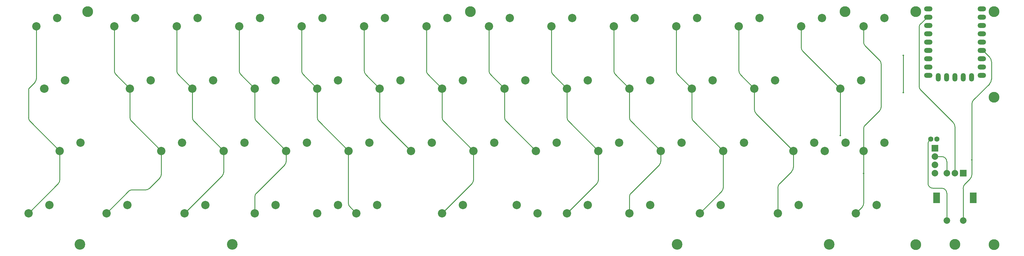
<source format=gbr>
%TF.GenerationSoftware,KiCad,Pcbnew,9.0.2*%
%TF.CreationDate,2025-07-09T23:02:58+05:30*%
%TF.ProjectId,comfort40pcb,636f6d66-6f72-4743-9430-7063622e6b69,rev?*%
%TF.SameCoordinates,Original*%
%TF.FileFunction,Copper,L1,Top*%
%TF.FilePolarity,Positive*%
%FSLAX46Y46*%
G04 Gerber Fmt 4.6, Leading zero omitted, Abs format (unit mm)*
G04 Created by KiCad (PCBNEW 9.0.2) date 2025-07-09 23:02:58*
%MOMM*%
%LPD*%
G01*
G04 APERTURE LIST*
%TA.AperFunction,ComponentPad*%
%ADD10C,2.540000*%
%TD*%
%TA.AperFunction,ComponentPad*%
%ADD11C,3.250000*%
%TD*%
%TA.AperFunction,ComponentPad*%
%ADD12C,3.300000*%
%TD*%
%TA.AperFunction,ComponentPad*%
%ADD13O,2.600000X1.500000*%
%TD*%
%TA.AperFunction,ComponentPad*%
%ADD14O,1.500000X2.600000*%
%TD*%
%TA.AperFunction,ComponentPad*%
%ADD15R,2.000000X2.000000*%
%TD*%
%TA.AperFunction,ComponentPad*%
%ADD16C,2.000000*%
%TD*%
%TA.AperFunction,ComponentPad*%
%ADD17C,1.600000*%
%TD*%
%TA.AperFunction,ComponentPad*%
%ADD18R,2.000000X3.200000*%
%TD*%
%TA.AperFunction,ViaPad*%
%ADD19C,0.500000*%
%TD*%
%TA.AperFunction,Conductor*%
%ADD20C,0.250000*%
%TD*%
G04 APERTURE END LIST*
D10*
%TO.P,SW15,1,Col*%
%TO.N,Net-(D15-A)*%
X94350000Y-84296250D03*
%TO.P,SW15,2,Row*%
%TO.N,COL0*%
X88000000Y-86836250D03*
%TD*%
D11*
%TO.P,,*%
%TO.N,*%
X98896119Y-134476257D03*
%TD*%
D12*
%TO.P,,*%
%TO.N,*%
X377758619Y-89478093D03*
%TD*%
D10*
%TO.P,SW26,1,Col*%
%TO.N,Net-(D26-A)*%
X310991250Y-84296250D03*
%TO.P,SW26,2,Row*%
%TO.N,COL11*%
X304641250Y-86836250D03*
%TD*%
%TO.P,SW8,1,Col*%
%TO.N,Net-(D8-A)*%
X230028750Y-65246250D03*
%TO.P,SW8,2,Row*%
%TO.N,COL7*%
X223678750Y-67786250D03*
%TD*%
D13*
%TO.P,U1,1,1*%
%TO.N,ENC_CW*%
X373994150Y-62520000D03*
%TO.P,U1,2,2*%
%TO.N,ROW3*%
X373994150Y-65060000D03*
%TO.P,U1,3,3*%
%TO.N,ROW2*%
X373994150Y-67600000D03*
%TO.P,U1,4,4*%
%TO.N,COL13*%
X373994150Y-70140000D03*
%TO.P,U1,5,5*%
%TO.N,COL12*%
X373994150Y-72680000D03*
%TO.P,U1,6,6*%
%TO.N,COL11*%
X373994150Y-75220000D03*
%TO.P,U1,7,7*%
%TO.N,COL10*%
X373994150Y-77760000D03*
%TO.P,U1,8,8*%
%TO.N,COL9*%
X373994150Y-80300000D03*
%TO.P,U1,9,9*%
%TO.N,COL8*%
X373994150Y-82840000D03*
D14*
%TO.P,U1,10,10*%
%TO.N,COL7*%
X370904150Y-83390000D03*
%TO.P,U1,11,11*%
%TO.N,COL6*%
X368364150Y-83390000D03*
%TO.P,U1,12,12*%
%TO.N,COL5*%
X365824150Y-83390000D03*
%TO.P,U1,13,13*%
%TO.N,COL4*%
X363284150Y-83390000D03*
%TO.P,U1,14,14*%
%TO.N,COL3*%
X360744150Y-83390000D03*
D13*
%TO.P,U1,15,15*%
%TO.N,COL2*%
X357654150Y-82840000D03*
%TO.P,U1,16*%
%TO.N,N/C*%
X357654150Y-80300000D03*
%TO.P,U1,17*%
X357654150Y-77760000D03*
%TO.P,U1,18*%
X357654150Y-75220000D03*
%TO.P,U1,19*%
X357654150Y-72680000D03*
%TO.P,U1,20*%
X357654150Y-70140000D03*
%TO.P,U1,21*%
X357654150Y-67600000D03*
%TO.P,U1,22*%
X357654150Y-65060000D03*
%TO.P,U1,23*%
X357654150Y-62520000D03*
%TD*%
D10*
%TO.P,SW34,1,Col*%
%TO.N,Net-(D34-A)*%
X225266250Y-103346250D03*
%TO.P,SW34,2,Row*%
%TO.N,COL6*%
X218916250Y-105886250D03*
%TD*%
D12*
%TO.P,,*%
%TO.N,*%
X217958619Y-63326251D03*
%TD*%
D10*
%TO.P,SW37,1,Col*%
%TO.N,Net-(D37-A)*%
X282416250Y-103346250D03*
%TO.P,SW37,2,Row*%
%TO.N,COL9*%
X276066250Y-105886250D03*
%TD*%
%TO.P,SW54,1,Col*%
%TO.N,Net-(D46-A)*%
X232092500Y-122396250D03*
%TO.P,SW54,2,Row*%
%TO.N,COL8*%
X238442500Y-124936250D03*
%TD*%
%TO.P,SW20,1,Col*%
%TO.N,Net-(D20-A)*%
X196691250Y-84296250D03*
%TO.P,SW20,2,Row*%
%TO.N,COL5*%
X190341250Y-86836250D03*
%TD*%
%TO.P,SW6,1,Col*%
%TO.N,Net-(D6-A)*%
X191928750Y-65246250D03*
%TO.P,SW6,2,Row*%
%TO.N,COL5*%
X185578750Y-67786250D03*
%TD*%
%TO.P,SW12,1,Col*%
%TO.N,Net-(D12-A)*%
X306228750Y-65246250D03*
%TO.P,SW12,2,Row*%
%TO.N,COL11*%
X299878750Y-67786250D03*
%TD*%
%TO.P,SW36,1,Col*%
%TO.N,Net-(D36-A)*%
X263366250Y-103346250D03*
%TO.P,SW36,2,Row*%
%TO.N,COL8*%
X257016250Y-105886250D03*
%TD*%
D12*
%TO.P,,*%
%TO.N,*%
X353864619Y-63301251D03*
%TD*%
D10*
%TO.P,SW47,1,Col*%
%TO.N,Net-(D48-A)*%
X189547500Y-122396250D03*
%TO.P,SW47,2,Row*%
%TO.N,COL4*%
X183197500Y-124936250D03*
%TD*%
%TO.P,SW46,1,Col*%
%TO.N,Net-(D48-A)*%
X177641250Y-122396250D03*
%TO.P,SW46,2,Row*%
%TO.N,COL4*%
X171291250Y-124936250D03*
%TD*%
D15*
%TO.P,SW3,A*%
%TO.N,ENC_CCW*%
X359698250Y-105090000D03*
D16*
%TO.P,SW3,B*%
%TO.N,ENC_CW*%
X359698250Y-107630000D03*
%TO.P,SW3,C*%
%TO.N,GND*%
X359698250Y-110170000D03*
%TO.P,SW3,D*%
%TO.N,N/C*%
X359698250Y-112710000D03*
D17*
%TO.P,SW3,S1*%
%TO.N,Net-(D40-A)*%
X358473250Y-102250000D03*
%TO.P,SW3,S2*%
%TO.N,COL12*%
X360323250Y-102250000D03*
%TD*%
D10*
%TO.P,SW24,1,Col*%
%TO.N,Net-(D24-A)*%
X272891250Y-84296250D03*
%TO.P,SW24,2,Row*%
%TO.N,COL9*%
X266541250Y-86836250D03*
%TD*%
D12*
%TO.P,MP,*%
%TO.N,*%
X365824119Y-134476253D03*
%TD*%
D10*
%TO.P,SW27,1,Col*%
%TO.N,Net-(D27-A)*%
X337185000Y-84296250D03*
%TO.P,SW27,2,Row*%
%TO.N,COL12*%
X330835000Y-86836250D03*
%TD*%
%TO.P,SW7,1,Col*%
%TO.N,Net-(D7-A)*%
X210978750Y-65246250D03*
%TO.P,SW7,2,Row*%
%TO.N,COL6*%
X204628750Y-67786250D03*
%TD*%
%TO.P,SW9,1,Col*%
%TO.N,Net-(D9-A)*%
X249078750Y-65246250D03*
%TO.P,SW9,2,Row*%
%TO.N,COL8*%
X242728750Y-67786250D03*
%TD*%
%TO.P,SW39,1,Col*%
%TO.N,Net-(D39-A)*%
X322897500Y-103346250D03*
%TO.P,SW39,2,Row*%
%TO.N,COL11*%
X316547500Y-105886250D03*
%TD*%
%TO.P,SW32,1,Col*%
%TO.N,Net-(D32-A)*%
X187166250Y-103346250D03*
%TO.P,SW32,2,Row*%
%TO.N,COL4*%
X180816250Y-105886250D03*
%TD*%
%TO.P,SW30,1,Col*%
%TO.N,Net-(D30-A)*%
X149066250Y-103346250D03*
%TO.P,SW30,2,Row*%
%TO.N,COL2*%
X142716250Y-105886250D03*
%TD*%
D15*
%TO.P,SW55,A,A*%
%TO.N,ENC_CCW*%
X368324150Y-112710000D03*
D16*
%TO.P,SW55,B,B*%
%TO.N,ENC_CW*%
X363324150Y-112710000D03*
%TO.P,SW55,C,C*%
%TO.N,GND*%
X365824150Y-112710000D03*
D18*
%TO.P,SW55,MP*%
%TO.N,N/C*%
X371424150Y-120210000D03*
X360224150Y-120210000D03*
D16*
%TO.P,SW55,S1,S1*%
%TO.N,Net-(D40-A)*%
X363324150Y-127210000D03*
%TO.P,SW55,S2,S2*%
%TO.N,COL12*%
X368324150Y-127210000D03*
%TD*%
D10*
%TO.P,SW16,1,Col*%
%TO.N,Net-(D16-A)*%
X120491250Y-84296250D03*
%TO.P,SW16,2,Row*%
%TO.N,COL1*%
X114141250Y-86836250D03*
%TD*%
%TO.P,SW29,1,Col*%
%TO.N,Net-(D29-A)*%
X130016250Y-103346250D03*
%TO.P,SW29,2,Row*%
%TO.N,COL1*%
X123666250Y-105886250D03*
%TD*%
D11*
%TO.P,,*%
%TO.N,*%
X281062369Y-134476257D03*
%TD*%
D10*
%TO.P,SW23,1,Col*%
%TO.N,Net-(D23-A)*%
X253841250Y-84296250D03*
%TO.P,SW23,2,Row*%
%TO.N,COL8*%
X247491250Y-86836250D03*
%TD*%
D12*
%TO.P,,*%
%TO.N,*%
X101267974Y-63326251D03*
%TD*%
D10*
%TO.P,SW45,1,Col*%
%TO.N,Net-(D49-A)*%
X158591250Y-122396250D03*
%TO.P,SW45,2,Row*%
%TO.N,COL3*%
X152241250Y-124936250D03*
%TD*%
D12*
%TO.P,,*%
%TO.N,*%
X377783619Y-134501255D03*
%TD*%
%TO.P,,*%
%TO.N,*%
X377783619Y-63301251D03*
%TD*%
%TO.P,,*%
%TO.N,*%
X332258619Y-63326249D03*
%TD*%
D10*
%TO.P,SW14,1,Col*%
%TO.N,Net-(D14-A)*%
X344328750Y-65246250D03*
%TO.P,SW14,2,Row*%
%TO.N,COL13*%
X337978750Y-67786250D03*
%TD*%
%TO.P,SW22,1,Col*%
%TO.N,Net-(D22-A)*%
X234791250Y-84296250D03*
%TO.P,SW22,2,Row*%
%TO.N,COL7*%
X228441250Y-86836250D03*
%TD*%
%TO.P,SW52,1,Col*%
%TO.N,Net-(D43-A)*%
X318135000Y-122396250D03*
%TO.P,SW52,2,Row*%
%TO.N,COL11*%
X311785000Y-124936250D03*
%TD*%
%TO.P,SW18,1,Col*%
%TO.N,Net-(D18-A)*%
X158591250Y-84296250D03*
%TO.P,SW18,2,Row*%
%TO.N,COL3*%
X152241250Y-86836250D03*
%TD*%
%TO.P,SW17,1,Col*%
%TO.N,Net-(D17-A)*%
X139541250Y-84296250D03*
%TO.P,SW17,2,Row*%
%TO.N,COL2*%
X133191250Y-86836250D03*
%TD*%
D12*
%TO.P,,*%
%TO.N,*%
X353864619Y-134501253D03*
%TD*%
D10*
%TO.P,SW40,1,Col*%
%TO.N,Net-(D39-A)*%
X332422500Y-103346250D03*
%TO.P,SW40,2,Row*%
%TO.N,COL11*%
X326072500Y-105886250D03*
%TD*%
%TO.P,SW5,1,Col*%
%TO.N,Net-(D5-A)*%
X172878750Y-65246250D03*
%TO.P,SW5,2,Row*%
%TO.N,COL4*%
X166528750Y-67786250D03*
%TD*%
%TO.P,SW2,1,Col*%
%TO.N,Net-(D2-A)*%
X115728750Y-65246250D03*
%TO.P,SW2,2,Row*%
%TO.N,COL1*%
X109378750Y-67786250D03*
%TD*%
%TO.P,SW31,1,Col*%
%TO.N,Net-(D31-A)*%
X168116250Y-103346250D03*
%TO.P,SW31,2,Row*%
%TO.N,COL3*%
X161766250Y-105886250D03*
%TD*%
D11*
%TO.P,,*%
%TO.N,*%
X145329869Y-134476257D03*
%TD*%
D10*
%TO.P,SW19,1,Col*%
%TO.N,Net-(D19-A)*%
X177641250Y-84296250D03*
%TO.P,SW19,2,Row*%
%TO.N,COL4*%
X171291250Y-86836250D03*
%TD*%
%TO.P,SW49,1,Col*%
%TO.N,Net-(D46-A)*%
X253841250Y-122396250D03*
%TO.P,SW49,2,Row*%
%TO.N,COL8*%
X247491250Y-124936250D03*
%TD*%
%TO.P,SW50,1,Col*%
%TO.N,Net-(D45-A)*%
X272891250Y-122396250D03*
%TO.P,SW50,2,Row*%
%TO.N,COL9*%
X266541250Y-124936250D03*
%TD*%
%TO.P,SW28,1,Col*%
%TO.N,Net-(D28-A)*%
X99060000Y-103346250D03*
%TO.P,SW28,2,Row*%
%TO.N,COL0*%
X92710000Y-105886250D03*
%TD*%
%TO.P,SW51,1,Col*%
%TO.N,Net-(D44-A)*%
X294322500Y-122396250D03*
%TO.P,SW51,2,Row*%
%TO.N,COL10*%
X287972500Y-124936250D03*
%TD*%
%TO.P,SW48,1,Col*%
%TO.N,Net-(D47-A)*%
X215741250Y-122396250D03*
%TO.P,SW48,2,Row*%
%TO.N,COL6*%
X209391250Y-124936250D03*
%TD*%
%TO.P,SW10,1,Col*%
%TO.N,Net-(D10-A)*%
X268128750Y-65246250D03*
%TO.P,SW10,2,Row*%
%TO.N,COL9*%
X261778750Y-67786250D03*
%TD*%
%TO.P,SW3,1,Col*%
%TO.N,Net-(D3-A)*%
X134778750Y-65246250D03*
%TO.P,SW3,2,Row*%
%TO.N,COL2*%
X128428750Y-67786250D03*
%TD*%
%TO.P,SW44,1,Col*%
%TO.N,Net-(D50-A)*%
X137160000Y-122396250D03*
%TO.P,SW44,2,Row*%
%TO.N,COL2*%
X130810000Y-124936250D03*
%TD*%
%TO.P,SW42,1,Col*%
%TO.N,Net-(D52-A)*%
X89535000Y-122396250D03*
%TO.P,SW42,2,Row*%
%TO.N,COL0*%
X83185000Y-124936250D03*
%TD*%
%TO.P,SW11,1,Col*%
%TO.N,Net-(D11-A)*%
X287178750Y-65246250D03*
%TO.P,SW11,2,Row*%
%TO.N,COL10*%
X280828750Y-67786250D03*
%TD*%
%TO.P,SW13,1,Col*%
%TO.N,Net-(D13-A)*%
X325278750Y-65246250D03*
%TO.P,SW13,2,Row*%
%TO.N,COL12*%
X318928750Y-67786250D03*
%TD*%
%TO.P,SW1,1,Col*%
%TO.N,Net-(D1-A)*%
X91916250Y-65246250D03*
%TO.P,SW1,2,Row*%
%TO.N,COL0*%
X85566250Y-67786250D03*
%TD*%
%TO.P,SW55,1*%
%TO.N,Net-(D15-A)*%
X94297500Y-84296250D03*
%TO.P,SW55,2*%
%TO.N,COL0*%
X87947500Y-86836250D03*
%TD*%
%TO.P,SW41,1,Col*%
%TO.N,Net-(D41-A)*%
X344328750Y-103346250D03*
%TO.P,SW41,2,Row*%
%TO.N,COL13*%
X337978750Y-105886250D03*
%TD*%
%TO.P,SW21,1,Col*%
%TO.N,Net-(D21-A)*%
X215741250Y-84296250D03*
%TO.P,SW21,2,Row*%
%TO.N,COL6*%
X209391250Y-86836250D03*
%TD*%
%TO.P,SW25,1,Col*%
%TO.N,Net-(D25-A)*%
X291941250Y-84296250D03*
%TO.P,SW25,2,Row*%
%TO.N,COL10*%
X285591250Y-86836250D03*
%TD*%
%TO.P,SW4,1,Col*%
%TO.N,Net-(D4-A)*%
X153828750Y-65246250D03*
%TO.P,SW4,2,Row*%
%TO.N,COL3*%
X147478750Y-67786250D03*
%TD*%
%TO.P,SW43,1,Col*%
%TO.N,Net-(D51-A)*%
X113347500Y-122396250D03*
%TO.P,SW43,2,Row*%
%TO.N,COL1*%
X106997500Y-124936250D03*
%TD*%
%TO.P,SW33,1,Col*%
%TO.N,Net-(D33-A)*%
X206216250Y-103346250D03*
%TO.P,SW33,2,Row*%
%TO.N,COL5*%
X199866250Y-105886250D03*
%TD*%
D11*
%TO.P,,*%
%TO.N,*%
X327496119Y-134476257D03*
%TD*%
D10*
%TO.P,SW35,1,Col*%
%TO.N,Net-(D35-A)*%
X244316250Y-103346250D03*
%TO.P,SW35,2,Row*%
%TO.N,COL7*%
X237966250Y-105886250D03*
%TD*%
%TO.P,SW53,1,Col*%
%TO.N,Net-(D42-A)*%
X341947500Y-122396250D03*
%TO.P,SW53,2,Row*%
%TO.N,COL13*%
X335597500Y-124936250D03*
%TD*%
%TO.P,SW38,1,Col*%
%TO.N,Net-(D38-A)*%
X301466250Y-103346250D03*
%TO.P,SW38,2,Row*%
%TO.N,COL10*%
X295116250Y-105886250D03*
%TD*%
D19*
%TO.N,ROW1*%
X350100000Y-76735500D03*
X350100000Y-88100000D03*
%TO.N,COL13*%
X337978750Y-112800000D03*
%TO.N,COL12*%
X371000000Y-108600000D03*
X330835000Y-101200000D03*
%TD*%
D20*
%TO.N,ROW1*%
X350100000Y-88100000D02*
X350100000Y-76735500D01*
%TO.N,Net-(D40-A)*%
X363324150Y-127210000D02*
X363324150Y-118800000D01*
X361824150Y-117300000D02*
X359100000Y-117300000D01*
X357600000Y-115800000D02*
X357600000Y-103744570D01*
X357600000Y-115800000D02*
G75*
G03*
X359100000Y-117300000I1500000J0D01*
G01*
X357600000Y-103744570D02*
G75*
G02*
X358039355Y-102683925I1500000J-30D01*
G01*
X363324150Y-118800000D02*
G75*
G03*
X361824150Y-117299950I-1500050J0D01*
G01*
%TO.N,ENC_CW*%
X361824150Y-107630000D02*
X360248250Y-107630000D01*
X363324150Y-112710000D02*
X363324150Y-109130000D01*
X363324150Y-109130000D02*
G75*
G03*
X361824150Y-107629950I-1500050J0D01*
G01*
%TO.N,GND*%
X365238363Y-97138363D02*
X355339340Y-87239340D01*
X355339340Y-67060660D02*
X356900660Y-65499340D01*
X365824150Y-112710000D02*
X365824150Y-98552577D01*
X354900000Y-86178680D02*
X354900000Y-68121320D01*
X355339340Y-87239340D02*
G75*
G02*
X354900014Y-86178680I1060660J1060640D01*
G01*
X354900000Y-68121320D02*
G75*
G02*
X355339330Y-67060650I1500000J20D01*
G01*
X365824150Y-98552577D02*
G75*
G03*
X365238341Y-97138385I-1999950J-23D01*
G01*
%TO.N,COL0*%
X83624340Y-96800590D02*
X92710000Y-105886250D01*
X83185000Y-86836250D02*
X83185000Y-95739930D01*
X85126910Y-84894340D02*
X83185000Y-86836250D01*
X92270660Y-115850590D02*
X83185000Y-124936250D01*
X85566250Y-67786250D02*
X85566250Y-83833680D01*
X92710000Y-105886250D02*
X92710000Y-114789930D01*
X85126910Y-84894340D02*
G75*
G03*
X85566221Y-83833680I-1060710J1060640D01*
G01*
X92270660Y-115850590D02*
G75*
G03*
X92710021Y-114789930I-1060660J1060690D01*
G01*
X83624340Y-96800590D02*
G75*
G02*
X83184979Y-95739930I1060660J1060690D01*
G01*
%TO.N,COL1*%
X114580590Y-96800590D02*
X123666250Y-105886250D01*
X109378750Y-67786250D02*
X109378750Y-81452430D01*
X113694410Y-118239340D02*
X106997500Y-124936250D01*
X114141250Y-86836250D02*
X114141250Y-95739930D01*
X109818090Y-82513090D02*
X114141250Y-86836250D01*
X118958680Y-117800000D02*
X114755070Y-117800000D01*
X123226910Y-114153090D02*
X120019340Y-117360660D01*
X123666250Y-105886250D02*
X123666250Y-113092430D01*
X114755070Y-117800000D02*
G75*
G03*
X113694425Y-118239355I30J-1500000D01*
G01*
X118958680Y-117800000D02*
G75*
G03*
X120019350Y-117360670I20J1500000D01*
G01*
X114141250Y-95739930D02*
G75*
G03*
X114580594Y-96800586I1500050J30D01*
G01*
X123666250Y-113092430D02*
G75*
G02*
X123226906Y-114153086I-1500050J30D01*
G01*
X109378750Y-81452430D02*
G75*
G03*
X109818094Y-82513086I1500050J30D01*
G01*
%TO.N,COL2*%
X128428750Y-67786250D02*
X128428750Y-81452430D01*
X142716250Y-105886250D02*
X142716250Y-112408680D01*
X128868090Y-82513090D02*
X133191250Y-86836250D01*
X142276910Y-113469340D02*
X130810000Y-124936250D01*
X133630590Y-96800590D02*
X142716250Y-105886250D01*
X133191250Y-86836250D02*
X133191250Y-95739930D01*
X142276910Y-113469340D02*
G75*
G03*
X142716221Y-112408680I-1060710J1060640D01*
G01*
X128428750Y-81452430D02*
G75*
G03*
X128868094Y-82513086I1500050J30D01*
G01*
X133630590Y-96800590D02*
G75*
G02*
X133191244Y-95739930I1060710J1060690D01*
G01*
%TO.N,COL3*%
X147918090Y-82513090D02*
X152241250Y-86836250D01*
X152241250Y-119880070D02*
X152241250Y-124936250D01*
X152241250Y-86836250D02*
X152241250Y-95739930D01*
X161326910Y-110173090D02*
X152680590Y-118819410D01*
X152680590Y-96800590D02*
X161766250Y-105886250D01*
X161766250Y-105886250D02*
X161766250Y-109112430D01*
X147478750Y-67786250D02*
X147478750Y-81452430D01*
X147918090Y-82513090D02*
G75*
G02*
X147478744Y-81452430I1060710J1060690D01*
G01*
X161766250Y-109112430D02*
G75*
G02*
X161326906Y-110173086I-1500050J30D01*
G01*
X152241250Y-119880070D02*
G75*
G02*
X152680594Y-118819414I1500050J-30D01*
G01*
X152241250Y-95739930D02*
G75*
G03*
X152680594Y-96800586I1500050J30D01*
G01*
%TO.N,COL4*%
X171291250Y-86836250D02*
X171291250Y-95739930D01*
X181211490Y-122950240D02*
X183197500Y-124936250D01*
X166968090Y-82513090D02*
X171291250Y-86836250D01*
X171730590Y-96800590D02*
X180816250Y-105886250D01*
X180772150Y-105930350D02*
X180772150Y-121889580D01*
X166528750Y-67786250D02*
X166528750Y-81452430D01*
X171291250Y-95739930D02*
G75*
G03*
X171730594Y-96800586I1500050J30D01*
G01*
X180772150Y-121889580D02*
G75*
G03*
X181211469Y-122950261I1500050J-20D01*
G01*
X166968090Y-82513090D02*
G75*
G02*
X166528744Y-81452430I1060710J1060690D01*
G01*
%TO.N,COL5*%
X185578750Y-81245323D02*
X185578750Y-67786250D01*
X190341250Y-86836250D02*
X186164536Y-82659536D01*
X199866250Y-105886250D02*
X190927036Y-96947036D01*
X190341250Y-95532823D02*
X190341250Y-86836250D01*
X190927036Y-96947036D02*
G75*
G02*
X190341219Y-95532823I1414164J1414236D01*
G01*
X185578750Y-81245323D02*
G75*
G03*
X186164558Y-82659514I1999950J23D01*
G01*
%TO.N,COL6*%
X205023990Y-82468990D02*
X209391250Y-86836250D01*
X209391250Y-86836250D02*
X209391250Y-95739930D01*
X204584650Y-67830350D02*
X204584650Y-81408330D01*
X218476910Y-115850590D02*
X209391250Y-124936250D01*
X218916250Y-105886250D02*
X218916250Y-114789930D01*
X209830590Y-96800590D02*
X218916250Y-105886250D01*
X205023990Y-82468990D02*
G75*
G02*
X204584644Y-81408330I1060710J1060690D01*
G01*
X209391250Y-95739930D02*
G75*
G03*
X209830594Y-96800586I1500050J30D01*
G01*
X218476910Y-115850590D02*
G75*
G03*
X218916256Y-114789930I-1060710J1060690D01*
G01*
%TO.N,COL7*%
X224118090Y-82513090D02*
X228441250Y-86836250D01*
X228880590Y-96800590D02*
X237966250Y-105886250D01*
X223678750Y-67786250D02*
X223678750Y-81452430D01*
X228441250Y-86836250D02*
X228441250Y-95739930D01*
X224118090Y-82513090D02*
G75*
G02*
X223678744Y-81452430I1060710J1060690D01*
G01*
X228441250Y-95739930D02*
G75*
G03*
X228880594Y-96800586I1500050J30D01*
G01*
%TO.N,COL8*%
X256576910Y-115850590D02*
X247491250Y-124936250D01*
X247930590Y-96800590D02*
X257016250Y-105886250D01*
X243168090Y-82513090D02*
X247491250Y-86836250D01*
X247491250Y-86836250D02*
X247491250Y-95739930D01*
X257016250Y-105886250D02*
X257016250Y-114789930D01*
X242728750Y-67786250D02*
X242728750Y-81452430D01*
X243168090Y-82513090D02*
G75*
G02*
X242728744Y-81452430I1060710J1060690D01*
G01*
X247930590Y-96800590D02*
G75*
G02*
X247491244Y-95739930I1060710J1060690D01*
G01*
X257016250Y-114789930D02*
G75*
G02*
X256576906Y-115850586I-1500050J30D01*
G01*
%TO.N,COL9*%
X276066250Y-109097041D02*
X276066250Y-105886250D01*
X266541250Y-95739930D02*
X266541250Y-86836250D01*
X266541250Y-124936250D02*
X266541250Y-119864681D01*
X276066250Y-105886250D02*
X266980590Y-96800590D01*
X266980590Y-118804021D02*
X275626910Y-110157701D01*
X262218090Y-82513090D02*
X266541250Y-86836250D01*
X261778750Y-67786250D02*
X261778750Y-81452430D01*
X261778750Y-81452430D02*
G75*
G03*
X262218094Y-82513086I1500050J30D01*
G01*
X275626910Y-110157701D02*
G75*
G03*
X276066264Y-109097041I-1060710J1060701D01*
G01*
X266541250Y-119864681D02*
G75*
G02*
X266980589Y-118804020I1500050J-19D01*
G01*
X266541250Y-95739930D02*
G75*
G03*
X266980594Y-96800586I1500050J30D01*
G01*
%TO.N,COL10*%
X285591250Y-86836250D02*
X285591250Y-95739930D01*
X286030590Y-96800590D02*
X295116250Y-105886250D01*
X280828750Y-67786250D02*
X280828750Y-81452430D01*
X294676910Y-118231840D02*
X287972500Y-124936250D01*
X281268090Y-82513090D02*
X285591250Y-86836250D01*
X295116250Y-105886250D02*
X295116250Y-117171180D01*
X280828750Y-81452430D02*
G75*
G03*
X281268094Y-82513086I1500050J30D01*
G01*
X294676910Y-118231840D02*
G75*
G03*
X295116221Y-117171180I-1060710J1060640D01*
G01*
X286030590Y-96800590D02*
G75*
G02*
X285591244Y-95739930I1060710J1060690D01*
G01*
%TO.N,COL11*%
X315961713Y-112238287D02*
X312370786Y-115829214D01*
X316547500Y-105886250D02*
X305227036Y-94565786D01*
X316547500Y-105886250D02*
X316547500Y-110824073D01*
X299878750Y-81245323D02*
X299878750Y-67786250D01*
X311785000Y-117243427D02*
X311785000Y-124936250D01*
X304641250Y-86836250D02*
X300464536Y-82659536D01*
X304641250Y-93151573D02*
X304641250Y-86836250D01*
X311785000Y-117243427D02*
G75*
G02*
X312370772Y-115829200I2000000J27D01*
G01*
X316547500Y-110824073D02*
G75*
G02*
X315961727Y-112238301I-2000000J-27D01*
G01*
X299878750Y-81245323D02*
G75*
G03*
X300464558Y-82659514I1999950J23D01*
G01*
X305227036Y-94565786D02*
G75*
G02*
X304641255Y-93151573I1414164J1414186D01*
G01*
%TO.N,COL13*%
X338418090Y-98021910D02*
X342850660Y-93589340D01*
X343290000Y-92528680D02*
X343290000Y-79262504D01*
X337978750Y-105886250D02*
X337978750Y-99082570D01*
X337978750Y-121933680D02*
X337978750Y-105886250D01*
X335597500Y-124936250D02*
X337539410Y-122994340D01*
X342850660Y-78201844D02*
X338418090Y-73769274D01*
X337978750Y-72708614D02*
X337978750Y-67786250D01*
X338418090Y-98021910D02*
G75*
G03*
X337978744Y-99082570I1060710J-1060690D01*
G01*
X342850660Y-93589340D02*
G75*
G03*
X343289986Y-92528680I-1060660J1060640D01*
G01*
X338418090Y-73769274D02*
G75*
G02*
X337978755Y-72708614I1060710J1060674D01*
G01*
X337978750Y-121933680D02*
G75*
G02*
X337539431Y-122994361I-1500050J-20D01*
G01*
X343290000Y-79262504D02*
G75*
G03*
X342850662Y-78201842I-1500000J4D01*
G01*
%TO.N,COL12*%
X319368090Y-75369340D02*
X330835000Y-86836250D01*
X376364214Y-77214214D02*
X374955787Y-75805787D01*
X376950000Y-84021573D02*
X376950000Y-78628427D01*
X318928750Y-67786250D02*
X318928750Y-74308680D01*
X371000000Y-108600000D02*
X371000000Y-91628427D01*
X330835000Y-101200000D02*
X330835000Y-86836250D01*
X368804299Y-116104299D02*
X370414214Y-114494384D01*
X368324150Y-127210000D02*
X368324150Y-117404277D01*
X371585787Y-90214213D02*
X376364213Y-85435787D01*
X371000000Y-113080171D02*
X371000000Y-108600000D01*
X371000000Y-91628427D02*
G75*
G02*
X371585773Y-90214199I2000000J27D01*
G01*
X376950000Y-78628427D02*
G75*
G03*
X376364228Y-77214200I-2000000J27D01*
G01*
X370414214Y-114494384D02*
G75*
G03*
X370999979Y-113080171I-1414214J1414184D01*
G01*
X319368090Y-75369340D02*
G75*
G02*
X318928779Y-74308680I1060710J1060640D01*
G01*
X368324150Y-117404277D02*
G75*
G02*
X368909958Y-115990086I1999950J-23D01*
G01*
X374955787Y-75805787D02*
G75*
G03*
X373541573Y-75220019I-1414187J-1414213D01*
G01*
X376364213Y-85435787D02*
G75*
G03*
X376949981Y-84021573I-1414213J1414187D01*
G01*
%TD*%
M02*

</source>
